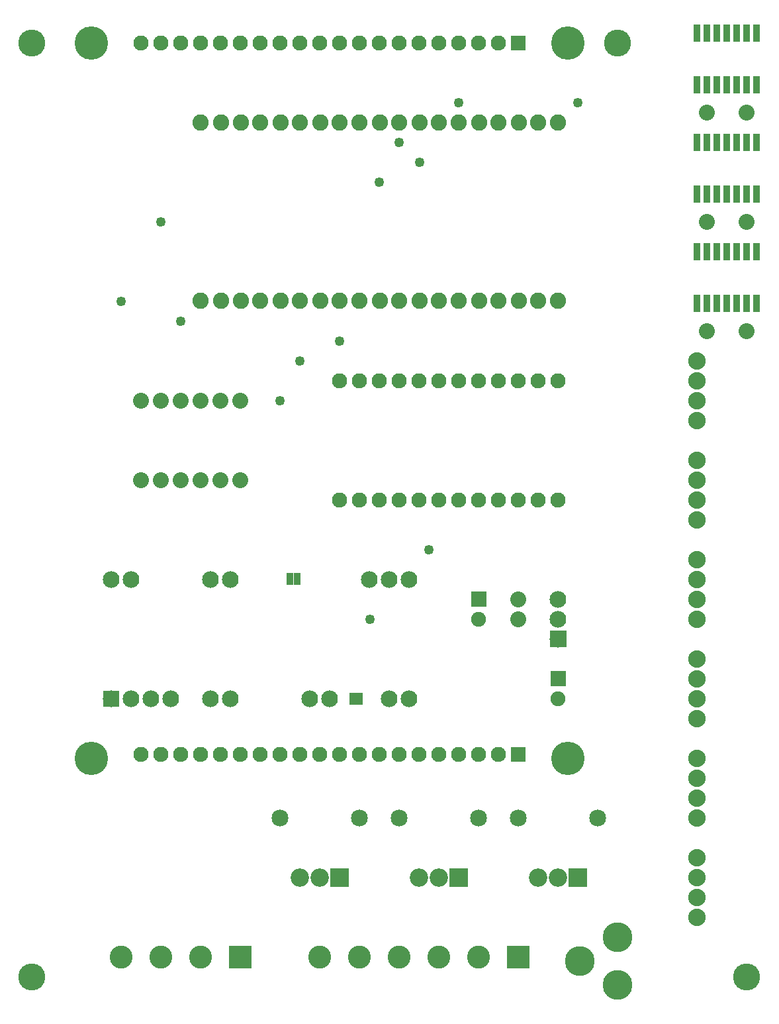
<source format=gbs>
G04 MADE WITH FRITZING*
G04 WWW.FRITZING.ORG*
G04 DOUBLE SIDED*
G04 HOLES PLATED*
G04 CONTOUR ON CENTER OF CONTOUR VECTOR*
%ASAXBY*%
%FSLAX23Y23*%
%MOIN*%
%OFA0B0*%
%SFA1.0B1.0*%
%ADD10C,0.088000*%
%ADD11C,0.115354*%
%ADD12C,0.084000*%
%ADD13C,0.076000*%
%ADD14C,0.168110*%
%ADD15C,0.081858*%
%ADD16C,0.150000*%
%ADD17C,0.080000*%
%ADD18C,0.092000*%
%ADD19C,0.085000*%
%ADD20C,0.075000*%
%ADD21C,0.049370*%
%ADD22C,0.135984*%
%ADD23R,0.115354X0.115354*%
%ADD24R,0.084000X0.084000*%
%ADD25R,0.076000X0.076000*%
%ADD26R,0.092000X0.092000*%
%ADD27R,0.036000X0.090000*%
%ADD28R,0.035000X0.060000*%
%ADD29R,0.001000X0.001000*%
%LNMASK0*%
G90*
G70*
G54D10*
X3510Y1499D03*
X3510Y1599D03*
X3510Y1699D03*
X3510Y1799D03*
X3510Y1499D03*
X3510Y1599D03*
X3510Y1699D03*
X3510Y1799D03*
X3510Y1999D03*
X3510Y2099D03*
X3510Y2199D03*
X3510Y2299D03*
X3510Y1999D03*
X3510Y2099D03*
X3510Y2199D03*
X3510Y2299D03*
X3510Y2499D03*
X3510Y2599D03*
X3510Y2699D03*
X3510Y2799D03*
X3510Y2499D03*
X3510Y2599D03*
X3510Y2699D03*
X3510Y2799D03*
X3510Y999D03*
X3510Y1099D03*
X3510Y1199D03*
X3510Y1299D03*
X3510Y999D03*
X3510Y1099D03*
X3510Y1199D03*
X3510Y1299D03*
X3510Y499D03*
X3510Y599D03*
X3510Y699D03*
X3510Y799D03*
X3510Y499D03*
X3510Y599D03*
X3510Y699D03*
X3510Y799D03*
X3510Y2999D03*
X3510Y3099D03*
X3510Y3199D03*
X3510Y3299D03*
X3510Y2999D03*
X3510Y3099D03*
X3510Y3199D03*
X3510Y3299D03*
G54D11*
X2610Y299D03*
X2410Y299D03*
X2210Y299D03*
X2010Y299D03*
X1810Y299D03*
X1610Y299D03*
X2610Y299D03*
X2410Y299D03*
X2210Y299D03*
X2010Y299D03*
X1810Y299D03*
X1610Y299D03*
X1210Y299D03*
X1010Y299D03*
X810Y299D03*
X610Y299D03*
X1210Y299D03*
X1010Y299D03*
X810Y299D03*
X610Y299D03*
G54D12*
X1160Y2199D03*
X1060Y1599D03*
X1560Y1599D03*
X1060Y2199D03*
X1660Y1599D03*
X1160Y1599D03*
X1960Y1599D03*
X2060Y1599D03*
X1860Y2199D03*
X1960Y2199D03*
X2060Y2199D03*
X560Y1599D03*
X660Y1599D03*
X760Y1599D03*
X860Y1599D03*
X660Y2199D03*
X560Y2199D03*
X1160Y2199D03*
X1060Y1599D03*
X1560Y1599D03*
X1060Y2199D03*
X1660Y1599D03*
X1160Y1599D03*
X1960Y1599D03*
X2060Y1599D03*
X1860Y2199D03*
X1960Y2199D03*
X2060Y2199D03*
X560Y1599D03*
X660Y1599D03*
X760Y1599D03*
X860Y1599D03*
X660Y2199D03*
X560Y2199D03*
G54D13*
X1110Y4899D03*
X710Y4899D03*
G54D14*
X2860Y1299D03*
G54D13*
X1310Y4899D03*
X910Y4899D03*
G54D14*
X2860Y4899D03*
G54D13*
X1210Y4899D03*
X1010Y4899D03*
X810Y4899D03*
G54D14*
X460Y4899D03*
X460Y1299D03*
G54D13*
X2610Y1319D03*
X2510Y1319D03*
X2410Y1319D03*
X2310Y1319D03*
X2210Y1319D03*
X2110Y1319D03*
X2010Y1319D03*
X1910Y1319D03*
X1810Y1319D03*
X1710Y1319D03*
X1610Y1319D03*
X1510Y1319D03*
X1410Y1319D03*
X1310Y1319D03*
X1210Y1319D03*
X1110Y1319D03*
X1010Y1319D03*
X910Y1319D03*
X810Y1319D03*
X710Y1319D03*
X2610Y4899D03*
X2510Y4899D03*
X2410Y4899D03*
X2310Y4899D03*
X2210Y4899D03*
X2110Y4899D03*
X2010Y4899D03*
X1910Y4899D03*
X1810Y4899D03*
X1710Y4899D03*
X1610Y4899D03*
X1510Y4899D03*
X1410Y4899D03*
G54D15*
X2810Y3600D03*
X2710Y3600D03*
X2611Y3600D03*
X2510Y3600D03*
X2411Y3600D03*
X2310Y3600D03*
X2210Y3600D03*
X2111Y3600D03*
X2010Y3600D03*
X1911Y3600D03*
X1810Y3600D03*
X1710Y3600D03*
X1611Y3600D03*
X1510Y3600D03*
X1411Y3600D03*
X1310Y3600D03*
X1211Y3600D03*
X1111Y3600D03*
X1010Y3600D03*
X1010Y4499D03*
X1111Y4499D03*
X1211Y4499D03*
X1310Y4499D03*
X1411Y4499D03*
X1510Y4499D03*
X1611Y4499D03*
X1710Y4499D03*
X1810Y4499D03*
X1911Y4499D03*
X2010Y4499D03*
X2111Y4499D03*
X2210Y4499D03*
X2310Y4499D03*
X2411Y4499D03*
X2510Y4499D03*
X2611Y4499D03*
X2710Y4499D03*
X2810Y4499D03*
X2810Y3600D03*
X2710Y3600D03*
X2611Y3600D03*
X2510Y3600D03*
X2411Y3600D03*
X2310Y3600D03*
X2210Y3600D03*
X2111Y3600D03*
X2010Y3600D03*
X1911Y3600D03*
X1810Y3600D03*
X1710Y3600D03*
X1611Y3600D03*
X1510Y3600D03*
X1411Y3600D03*
X1310Y3600D03*
X1211Y3600D03*
X1111Y3600D03*
X1010Y3600D03*
X1010Y4499D03*
X1111Y4499D03*
X1211Y4499D03*
X1310Y4499D03*
X1411Y4499D03*
X1510Y4499D03*
X1611Y4499D03*
X1710Y4499D03*
X1810Y4499D03*
X1911Y4499D03*
X2010Y4499D03*
X2111Y4499D03*
X2210Y4499D03*
X2310Y4499D03*
X2411Y4499D03*
X2510Y4499D03*
X2611Y4499D03*
X2710Y4499D03*
X2810Y4499D03*
G54D16*
X3110Y399D03*
X3110Y159D03*
X2920Y279D03*
X3110Y399D03*
X3110Y159D03*
X2920Y279D03*
G54D17*
X1110Y3099D03*
X1010Y3099D03*
X910Y3099D03*
X810Y3099D03*
X710Y3099D03*
X1210Y2699D03*
X1110Y2699D03*
X1010Y2699D03*
X910Y2699D03*
X810Y2699D03*
X710Y2699D03*
X1210Y3099D03*
X1110Y3099D03*
X1010Y3099D03*
X910Y3099D03*
X810Y3099D03*
X710Y3099D03*
X1210Y2699D03*
X1110Y2699D03*
X1010Y2699D03*
X910Y2699D03*
X810Y2699D03*
X710Y2699D03*
X1210Y3099D03*
G54D13*
X1710Y3199D03*
X1810Y3199D03*
X1910Y3199D03*
X2010Y3199D03*
X2110Y3199D03*
X2210Y3199D03*
X2310Y3199D03*
X2410Y3199D03*
X2510Y3199D03*
X2610Y3199D03*
X2710Y3199D03*
X2810Y3199D03*
X2810Y2599D03*
X2710Y2599D03*
X2610Y2599D03*
X2510Y2599D03*
X2410Y2599D03*
X2310Y2599D03*
X2210Y2599D03*
X2110Y2599D03*
X2010Y2599D03*
X1910Y2599D03*
X1810Y2599D03*
X1710Y2599D03*
X1710Y3199D03*
X1810Y3199D03*
X1910Y3199D03*
X2010Y3199D03*
X2110Y3199D03*
X2210Y3199D03*
X2310Y3199D03*
X2410Y3199D03*
X2510Y3199D03*
X2610Y3199D03*
X2710Y3199D03*
X2810Y3199D03*
X2810Y2599D03*
X2710Y2599D03*
X2610Y2599D03*
X2510Y2599D03*
X2410Y2599D03*
X2310Y2599D03*
X2210Y2599D03*
X2110Y2599D03*
X2010Y2599D03*
X1910Y2599D03*
X1810Y2599D03*
X1710Y2599D03*
G54D18*
X2310Y699D03*
X2210Y699D03*
X2110Y699D03*
X2310Y699D03*
X2210Y699D03*
X2110Y699D03*
X1710Y699D03*
X1610Y699D03*
X1510Y699D03*
X1710Y699D03*
X1610Y699D03*
X1510Y699D03*
X2910Y699D03*
X2810Y699D03*
X2710Y699D03*
X2910Y699D03*
X2810Y699D03*
X2710Y699D03*
G54D19*
X3010Y999D03*
X2610Y999D03*
X3010Y999D03*
X2610Y999D03*
X2410Y999D03*
X2010Y999D03*
X2410Y999D03*
X2010Y999D03*
X1810Y999D03*
X1410Y999D03*
X1810Y999D03*
X1410Y999D03*
G54D12*
X2810Y1899D03*
X2810Y1999D03*
X2810Y2099D03*
X2810Y1899D03*
X2810Y1999D03*
X2810Y2099D03*
X2810Y1899D03*
X2810Y1999D03*
X2810Y2099D03*
G54D20*
X2810Y1699D03*
X2810Y1599D03*
X2810Y1699D03*
X2810Y1599D03*
X2810Y1699D03*
X2810Y1599D03*
X2410Y1999D03*
X2410Y2099D03*
X2410Y1999D03*
X2410Y2099D03*
X2410Y1999D03*
X2410Y2099D03*
G54D17*
X2610Y1999D03*
X2610Y2099D03*
X2610Y1999D03*
X2610Y2099D03*
X3760Y3449D03*
X3560Y3449D03*
X3760Y3449D03*
X3560Y3449D03*
X3760Y3999D03*
X3560Y3999D03*
X3760Y3999D03*
X3560Y3999D03*
X3760Y4549D03*
X3560Y4549D03*
X3760Y4549D03*
X3560Y4549D03*
G54D21*
X2310Y4599D03*
X1910Y4199D03*
X2010Y4399D03*
X2111Y4299D03*
X1510Y3299D03*
X2160Y2349D03*
X810Y3999D03*
X610Y3599D03*
X1710Y3399D03*
X2910Y4599D03*
X910Y3499D03*
G54D22*
X160Y4899D03*
X3760Y199D03*
X160Y199D03*
X460Y1299D03*
X2860Y1299D03*
X3110Y4899D03*
X460Y4899D03*
X2860Y4899D03*
G54D21*
X1410Y3099D03*
X1861Y1998D03*
G54D23*
X2610Y299D03*
X2610Y299D03*
X1210Y299D03*
X1210Y299D03*
G54D24*
X560Y1599D03*
X560Y1599D03*
G54D25*
X2610Y1319D03*
X2610Y4899D03*
G54D26*
X2310Y699D03*
X2310Y699D03*
X1710Y699D03*
X1710Y699D03*
X2910Y699D03*
X2910Y699D03*
G54D27*
X3810Y3588D03*
X3760Y3588D03*
X3710Y3588D03*
X3660Y3588D03*
X3610Y3588D03*
X3560Y3588D03*
X3510Y3588D03*
X3510Y3849D03*
X3560Y3849D03*
X3610Y3849D03*
X3660Y3849D03*
X3710Y3849D03*
X3760Y3849D03*
X3810Y3849D03*
X3810Y4138D03*
X3760Y4138D03*
X3710Y4138D03*
X3660Y4138D03*
X3610Y4138D03*
X3560Y4138D03*
X3510Y4138D03*
X3510Y4399D03*
X3560Y4399D03*
X3610Y4399D03*
X3660Y4399D03*
X3710Y4399D03*
X3760Y4399D03*
X3810Y4399D03*
X3810Y4688D03*
X3760Y4688D03*
X3710Y4688D03*
X3660Y4688D03*
X3610Y4688D03*
X3560Y4688D03*
X3510Y4688D03*
X3510Y4949D03*
X3560Y4949D03*
X3610Y4949D03*
X3660Y4949D03*
X3710Y4949D03*
X3760Y4949D03*
X3810Y4949D03*
G54D28*
X1775Y1599D03*
X1810Y1599D03*
X1495Y2200D03*
X1460Y2200D03*
G54D29*
X2373Y2137D02*
X2447Y2137D01*
X2373Y2136D02*
X2447Y2136D01*
X2373Y2135D02*
X2447Y2135D01*
X2373Y2134D02*
X2447Y2134D01*
X2373Y2133D02*
X2447Y2133D01*
X2373Y2132D02*
X2447Y2132D01*
X2373Y2131D02*
X2447Y2131D01*
X2373Y2130D02*
X2447Y2130D01*
X2373Y2129D02*
X2447Y2129D01*
X2373Y2128D02*
X2447Y2128D01*
X2373Y2127D02*
X2447Y2127D01*
X2373Y2126D02*
X2447Y2126D01*
X2373Y2125D02*
X2447Y2125D01*
X2373Y2124D02*
X2447Y2124D01*
X2373Y2123D02*
X2447Y2123D01*
X2373Y2122D02*
X2447Y2122D01*
X2373Y2121D02*
X2447Y2121D01*
X2373Y2120D02*
X2447Y2120D01*
X2373Y2119D02*
X2447Y2119D01*
X2373Y2118D02*
X2447Y2118D01*
X2373Y2117D02*
X2447Y2117D01*
X2373Y2116D02*
X2447Y2116D01*
X2373Y2115D02*
X2447Y2115D01*
X2373Y2114D02*
X2447Y2114D01*
X2373Y2113D02*
X2447Y2113D01*
X2373Y2112D02*
X2447Y2112D01*
X2373Y2111D02*
X2447Y2111D01*
X2373Y2110D02*
X2447Y2110D01*
X2373Y2109D02*
X2447Y2109D01*
X2373Y2108D02*
X2407Y2108D01*
X2413Y2108D02*
X2447Y2108D01*
X2373Y2107D02*
X2404Y2107D01*
X2415Y2107D02*
X2447Y2107D01*
X2373Y2106D02*
X2403Y2106D01*
X2417Y2106D02*
X2447Y2106D01*
X2373Y2105D02*
X2403Y2105D01*
X2417Y2105D02*
X2447Y2105D01*
X2373Y2104D02*
X2402Y2104D01*
X2418Y2104D02*
X2447Y2104D01*
X2373Y2103D02*
X2401Y2103D01*
X2419Y2103D02*
X2447Y2103D01*
X2373Y2102D02*
X2401Y2102D01*
X2419Y2102D02*
X2447Y2102D01*
X2373Y2101D02*
X2401Y2101D01*
X2419Y2101D02*
X2447Y2101D01*
X2373Y2100D02*
X2401Y2100D01*
X2419Y2100D02*
X2447Y2100D01*
X2373Y2099D02*
X2401Y2099D01*
X2419Y2099D02*
X2447Y2099D01*
X2373Y2098D02*
X2401Y2098D01*
X2419Y2098D02*
X2447Y2098D01*
X2373Y2097D02*
X2401Y2097D01*
X2419Y2097D02*
X2447Y2097D01*
X2373Y2096D02*
X2401Y2096D01*
X2418Y2096D02*
X2447Y2096D01*
X2373Y2095D02*
X2402Y2095D01*
X2418Y2095D02*
X2447Y2095D01*
X2373Y2094D02*
X2403Y2094D01*
X2417Y2094D02*
X2447Y2094D01*
X2373Y2093D02*
X2404Y2093D01*
X2416Y2093D02*
X2447Y2093D01*
X2373Y2092D02*
X2405Y2092D01*
X2415Y2092D02*
X2447Y2092D01*
X2373Y2091D02*
X2408Y2091D01*
X2412Y2091D02*
X2447Y2091D01*
X2373Y2090D02*
X2447Y2090D01*
X2373Y2089D02*
X2447Y2089D01*
X2373Y2088D02*
X2447Y2088D01*
X2373Y2087D02*
X2447Y2087D01*
X2373Y2086D02*
X2447Y2086D01*
X2373Y2085D02*
X2447Y2085D01*
X2373Y2084D02*
X2447Y2084D01*
X2373Y2083D02*
X2447Y2083D01*
X2373Y2082D02*
X2447Y2082D01*
X2373Y2081D02*
X2447Y2081D01*
X2373Y2080D02*
X2447Y2080D01*
X2373Y2079D02*
X2447Y2079D01*
X2373Y2078D02*
X2447Y2078D01*
X2373Y2077D02*
X2447Y2077D01*
X2373Y2076D02*
X2447Y2076D01*
X2373Y2075D02*
X2447Y2075D01*
X2373Y2074D02*
X2447Y2074D01*
X2373Y2073D02*
X2447Y2073D01*
X2373Y2072D02*
X2447Y2072D01*
X2373Y2071D02*
X2447Y2071D01*
X2373Y2070D02*
X2447Y2070D01*
X2373Y2069D02*
X2447Y2069D01*
X2373Y2068D02*
X2447Y2068D01*
X2373Y2067D02*
X2447Y2067D01*
X2373Y2066D02*
X2447Y2066D01*
X2373Y2065D02*
X2447Y2065D01*
X2373Y2064D02*
X2447Y2064D01*
X2373Y2063D02*
X2447Y2063D01*
X2768Y1941D02*
X2851Y1941D01*
X2768Y1940D02*
X2851Y1940D01*
X2768Y1939D02*
X2851Y1939D01*
X2768Y1938D02*
X2851Y1938D01*
X2768Y1937D02*
X2851Y1937D01*
X2768Y1936D02*
X2851Y1936D01*
X2768Y1935D02*
X2851Y1935D01*
X2768Y1934D02*
X2851Y1934D01*
X2768Y1933D02*
X2851Y1933D01*
X2768Y1932D02*
X2851Y1932D01*
X2768Y1931D02*
X2851Y1931D01*
X2768Y1930D02*
X2851Y1930D01*
X2768Y1929D02*
X2851Y1929D01*
X2768Y1928D02*
X2851Y1928D01*
X2768Y1927D02*
X2851Y1927D01*
X2768Y1926D02*
X2851Y1926D01*
X2768Y1925D02*
X2851Y1925D01*
X2768Y1924D02*
X2851Y1924D01*
X2768Y1923D02*
X2851Y1923D01*
X2768Y1922D02*
X2851Y1922D01*
X2768Y1921D02*
X2851Y1921D01*
X2768Y1920D02*
X2851Y1920D01*
X2768Y1919D02*
X2851Y1919D01*
X2768Y1918D02*
X2851Y1918D01*
X2768Y1917D02*
X2851Y1917D01*
X2768Y1916D02*
X2851Y1916D01*
X2768Y1915D02*
X2851Y1915D01*
X2768Y1914D02*
X2806Y1914D01*
X2813Y1914D02*
X2851Y1914D01*
X2768Y1913D02*
X2803Y1913D01*
X2817Y1913D02*
X2851Y1913D01*
X2768Y1912D02*
X2802Y1912D01*
X2818Y1912D02*
X2851Y1912D01*
X2768Y1911D02*
X2800Y1911D01*
X2820Y1911D02*
X2851Y1911D01*
X2768Y1910D02*
X2799Y1910D01*
X2821Y1910D02*
X2851Y1910D01*
X2768Y1909D02*
X2798Y1909D01*
X2822Y1909D02*
X2851Y1909D01*
X2768Y1908D02*
X2797Y1908D01*
X2823Y1908D02*
X2851Y1908D01*
X2768Y1907D02*
X2797Y1907D01*
X2823Y1907D02*
X2851Y1907D01*
X2768Y1906D02*
X2796Y1906D01*
X2824Y1906D02*
X2851Y1906D01*
X2768Y1905D02*
X2796Y1905D01*
X2824Y1905D02*
X2851Y1905D01*
X2768Y1904D02*
X2795Y1904D01*
X2824Y1904D02*
X2851Y1904D01*
X2768Y1903D02*
X2795Y1903D01*
X2825Y1903D02*
X2851Y1903D01*
X2768Y1902D02*
X2795Y1902D01*
X2825Y1902D02*
X2851Y1902D01*
X2768Y1901D02*
X2795Y1901D01*
X2825Y1901D02*
X2851Y1901D01*
X2768Y1900D02*
X2795Y1900D01*
X2825Y1900D02*
X2851Y1900D01*
X2768Y1899D02*
X2795Y1899D01*
X2825Y1899D02*
X2851Y1899D01*
X2768Y1898D02*
X2795Y1898D01*
X2825Y1898D02*
X2851Y1898D01*
X2768Y1897D02*
X2795Y1897D01*
X2825Y1897D02*
X2851Y1897D01*
X2768Y1896D02*
X2795Y1896D01*
X2825Y1896D02*
X2851Y1896D01*
X2768Y1895D02*
X2795Y1895D01*
X2824Y1895D02*
X2851Y1895D01*
X2768Y1894D02*
X2796Y1894D01*
X2824Y1894D02*
X2851Y1894D01*
X2768Y1893D02*
X2796Y1893D01*
X2824Y1893D02*
X2851Y1893D01*
X2768Y1892D02*
X2797Y1892D01*
X2823Y1892D02*
X2851Y1892D01*
X2768Y1891D02*
X2798Y1891D01*
X2822Y1891D02*
X2851Y1891D01*
X2768Y1890D02*
X2798Y1890D01*
X2821Y1890D02*
X2851Y1890D01*
X2768Y1889D02*
X2799Y1889D01*
X2821Y1889D02*
X2851Y1889D01*
X2768Y1888D02*
X2800Y1888D01*
X2819Y1888D02*
X2851Y1888D01*
X2768Y1887D02*
X2802Y1887D01*
X2818Y1887D02*
X2851Y1887D01*
X2768Y1886D02*
X2804Y1886D01*
X2816Y1886D02*
X2851Y1886D01*
X2768Y1885D02*
X2809Y1885D01*
X2811Y1885D02*
X2851Y1885D01*
X2768Y1884D02*
X2851Y1884D01*
X2768Y1883D02*
X2851Y1883D01*
X2768Y1882D02*
X2851Y1882D01*
X2768Y1881D02*
X2851Y1881D01*
X2768Y1880D02*
X2851Y1880D01*
X2768Y1879D02*
X2851Y1879D01*
X2768Y1878D02*
X2851Y1878D01*
X2768Y1877D02*
X2851Y1877D01*
X2768Y1876D02*
X2851Y1876D01*
X2768Y1875D02*
X2851Y1875D01*
X2768Y1874D02*
X2851Y1874D01*
X2768Y1873D02*
X2851Y1873D01*
X2768Y1872D02*
X2851Y1872D01*
X2768Y1871D02*
X2851Y1871D01*
X2768Y1870D02*
X2851Y1870D01*
X2768Y1869D02*
X2851Y1869D01*
X2768Y1868D02*
X2851Y1868D01*
X2768Y1867D02*
X2851Y1867D01*
X2768Y1866D02*
X2851Y1866D01*
X2768Y1865D02*
X2851Y1865D01*
X2768Y1864D02*
X2851Y1864D01*
X2768Y1863D02*
X2851Y1863D01*
X2768Y1862D02*
X2851Y1862D01*
X2768Y1861D02*
X2851Y1861D01*
X2768Y1860D02*
X2851Y1860D01*
X2768Y1859D02*
X2851Y1859D01*
X2768Y1858D02*
X2851Y1858D01*
X2773Y1737D02*
X2847Y1737D01*
X2773Y1736D02*
X2847Y1736D01*
X2773Y1735D02*
X2847Y1735D01*
X2773Y1734D02*
X2847Y1734D01*
X2773Y1733D02*
X2847Y1733D01*
X2773Y1732D02*
X2847Y1732D01*
X2773Y1731D02*
X2847Y1731D01*
X2773Y1730D02*
X2847Y1730D01*
X2773Y1729D02*
X2847Y1729D01*
X2773Y1728D02*
X2847Y1728D01*
X2773Y1727D02*
X2847Y1727D01*
X2773Y1726D02*
X2847Y1726D01*
X2773Y1725D02*
X2847Y1725D01*
X2773Y1724D02*
X2847Y1724D01*
X2773Y1723D02*
X2847Y1723D01*
X2773Y1722D02*
X2847Y1722D01*
X2773Y1721D02*
X2847Y1721D01*
X2773Y1720D02*
X2847Y1720D01*
X2773Y1719D02*
X2847Y1719D01*
X2773Y1718D02*
X2847Y1718D01*
X2773Y1717D02*
X2847Y1717D01*
X2773Y1716D02*
X2847Y1716D01*
X2773Y1715D02*
X2847Y1715D01*
X2773Y1714D02*
X2847Y1714D01*
X2773Y1713D02*
X2847Y1713D01*
X2773Y1712D02*
X2847Y1712D01*
X2773Y1711D02*
X2847Y1711D01*
X2773Y1710D02*
X2847Y1710D01*
X2773Y1709D02*
X2847Y1709D01*
X2773Y1708D02*
X2807Y1708D01*
X2813Y1708D02*
X2847Y1708D01*
X2773Y1707D02*
X2805Y1707D01*
X2815Y1707D02*
X2847Y1707D01*
X2773Y1706D02*
X2803Y1706D01*
X2816Y1706D02*
X2847Y1706D01*
X2773Y1705D02*
X2803Y1705D01*
X2817Y1705D02*
X2847Y1705D01*
X2773Y1704D02*
X2802Y1704D01*
X2818Y1704D02*
X2847Y1704D01*
X2773Y1703D02*
X2801Y1703D01*
X2819Y1703D02*
X2847Y1703D01*
X2773Y1702D02*
X2801Y1702D01*
X2819Y1702D02*
X2847Y1702D01*
X2773Y1701D02*
X2801Y1701D01*
X2819Y1701D02*
X2847Y1701D01*
X2773Y1700D02*
X2801Y1700D01*
X2819Y1700D02*
X2847Y1700D01*
X2773Y1699D02*
X2801Y1699D01*
X2819Y1699D02*
X2847Y1699D01*
X2773Y1698D02*
X2801Y1698D01*
X2819Y1698D02*
X2847Y1698D01*
X2773Y1697D02*
X2801Y1697D01*
X2819Y1697D02*
X2847Y1697D01*
X2773Y1696D02*
X2801Y1696D01*
X2819Y1696D02*
X2847Y1696D01*
X2773Y1695D02*
X2802Y1695D01*
X2818Y1695D02*
X2847Y1695D01*
X2773Y1694D02*
X2803Y1694D01*
X2817Y1694D02*
X2847Y1694D01*
X2773Y1693D02*
X2804Y1693D01*
X2816Y1693D02*
X2847Y1693D01*
X2773Y1692D02*
X2805Y1692D01*
X2815Y1692D02*
X2847Y1692D01*
X2773Y1691D02*
X2808Y1691D01*
X2812Y1691D02*
X2847Y1691D01*
X2773Y1690D02*
X2847Y1690D01*
X2773Y1689D02*
X2847Y1689D01*
X2773Y1688D02*
X2847Y1688D01*
X2773Y1687D02*
X2847Y1687D01*
X2773Y1686D02*
X2847Y1686D01*
X2773Y1685D02*
X2847Y1685D01*
X2773Y1684D02*
X2847Y1684D01*
X2773Y1683D02*
X2847Y1683D01*
X2773Y1682D02*
X2847Y1682D01*
X2773Y1681D02*
X2847Y1681D01*
X2773Y1680D02*
X2847Y1680D01*
X2773Y1679D02*
X2847Y1679D01*
X2773Y1678D02*
X2847Y1678D01*
X2773Y1677D02*
X2847Y1677D01*
X2773Y1676D02*
X2847Y1676D01*
X2773Y1675D02*
X2847Y1675D01*
X2773Y1674D02*
X2847Y1674D01*
X2773Y1673D02*
X2847Y1673D01*
X2773Y1672D02*
X2847Y1672D01*
X2773Y1671D02*
X2847Y1671D01*
X2773Y1670D02*
X2847Y1670D01*
X2773Y1669D02*
X2847Y1669D01*
X2773Y1668D02*
X2847Y1668D01*
X2773Y1667D02*
X2847Y1667D01*
X2773Y1666D02*
X2847Y1666D01*
X2773Y1665D02*
X2847Y1665D01*
X2773Y1664D02*
X2847Y1664D01*
X2773Y1663D02*
X2847Y1663D01*
D02*
G04 End of Mask0*
M02*
</source>
